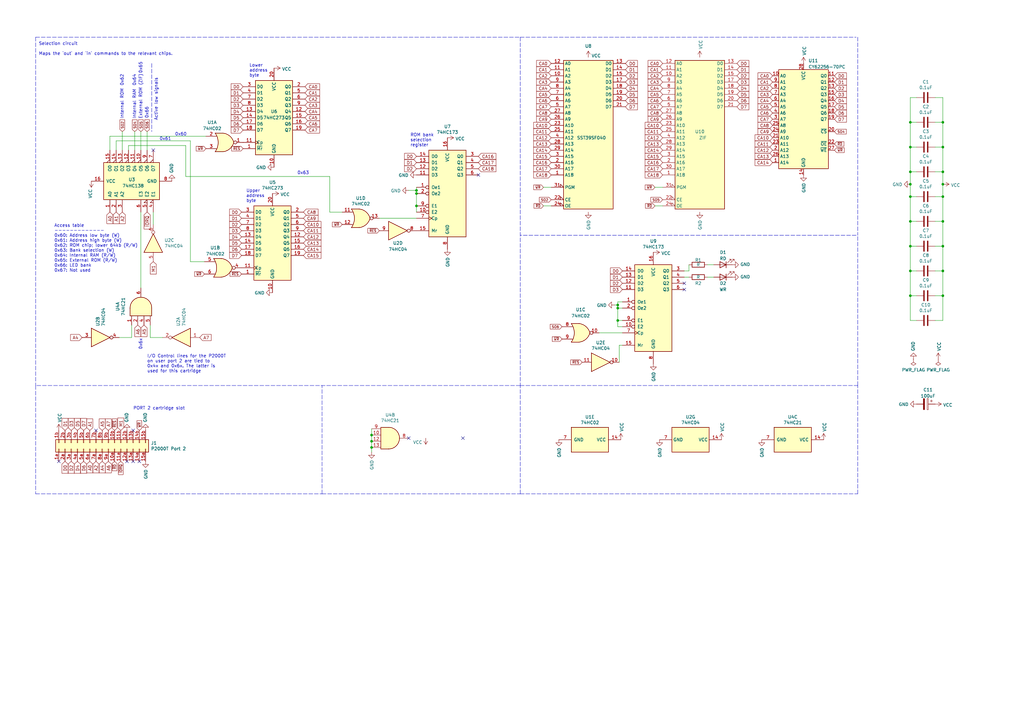
<source format=kicad_sch>
(kicad_sch (version 20211123) (generator eeschema)
  (paper "A3")
  (title_block (title "P2000T I/O Port Cartridge") (date "2022-10-02") (rev "1"))
  (lib_symbols
    (symbol "74xx:74HC02" (pin_names (offset 1.016))
      (property "Reference" "U" (at 0 1.27 0))
      (property "Value" "74HC02" (at 0 -1.27 0))
      (symbol "74HC02_1_1"
        (pin output inverted (at 7.62 0 180) (length 3.81) (name "~") (number "1"))
        (pin input line (at -7.62 2.54 0) (length 4.318) (name "~") (number "2"))
        (pin input line (at -7.62 -2.54 0) (length 4.318) (name "~") (number "3"))
      )
      (symbol "74HC02_1_2"
        (pin output line (at 7.62 0 180) (length 3.81) (name "~") (number "1"))
        (pin input inverted (at -7.62 2.54 0) (length 3.81) (name "~") (number "2"))
        (pin input inverted (at -7.62 -2.54 0) (length 3.81) (name "~") (number "3"))
      )
      (symbol "74HC02_2_1"
        (pin output inverted (at 7.62 0 180) (length 3.81) (name "~") (number "4"))
        (pin input line (at -7.62 2.54 0) (length 4.318) (name "~") (number "5"))
        (pin input line (at -7.62 -2.54 0) (length 4.318) (name "~") (number "6"))
      )
      (symbol "74HC02_2_2"
        (pin output line (at 7.62 0 180) (length 3.81) (name "~") (number "4"))
        (pin input inverted (at -7.62 2.54 0) (length 3.81) (name "~") (number "5"))
        (pin input inverted (at -7.62 -2.54 0) (length 3.81) (name "~") (number "6"))
      )
      (symbol "74HC02_3_1"
        (pin output inverted (at 7.62 0 180) (length 3.81) (name "~") (number "10"))
        (pin input line (at -7.62 2.54 0) (length 4.318) (name "~") (number "8"))
        (pin input line (at -7.62 -2.54 0) (length 4.318) (name "~") (number "9"))
      )
      (symbol "74HC02_3_2"
        (pin output line (at 7.62 0 180) (length 3.81) (name "~") (number "10"))
        (pin input inverted (at -7.62 2.54 0) (length 3.81) (name "~") (number "8"))
        (pin input inverted (at -7.62 -2.54 0) (length 3.81) (name "~") (number "9"))
      )
      (symbol "74HC02_4_1"
        (pin input line (at -7.62 2.54 0) (length 4.318) (name "~") (number "11"))
        (pin input line (at -7.62 -2.54 0) (length 4.318) (name "~") (number "12"))
        (pin output inverted (at 7.62 0 180) (length 3.81) (name "~") (number "13"))
      )
      (symbol "74HC02_4_2"
        (pin input inverted (at -7.62 2.54 0) (length 3.81) (name "~") (number "11"))
        (pin input inverted (at -7.62 -2.54 0) (length 3.81) (name "~") (number "12"))
        (pin output line (at 7.62 0 180) (length 3.81) (name "~") (number "13"))
      )
      (symbol "74HC02_5_0"
        (pin power_in line (at 0 12.7 270) (length 5.08) (name "VCC") (number "14"))
        (pin power_in line (at 0 -12.7 90) (length 5.08) (name "GND") (number "7"))
      )
    )
    (symbol "74xx:74HC04"
      (property "Reference" "U" (at 0 1.27 0))
      (property "Value" "74HC04" (at 0 -1.27 0))
      (symbol "74HC04_1_0"
        (pin input line (at -7.62 0 0) (length 3.81) (name "~") (number "1"))
        (pin output inverted (at 7.62 0 180) (length 3.81) (name "~") (number "2"))
      )
      (symbol "74HC04_2_0"
        (pin input line (at -7.62 0 0) (length 3.81) (name "~") (number "3"))
        (pin output inverted (at 7.62 0 180) (length 3.81) (name "~") (number "4"))
      )
      (symbol "74HC04_3_0"
        (pin input line (at -7.62 0 0) (length 3.81) (name "~") (number "5"))
        (pin output inverted (at 7.62 0 180) (length 3.81) (name "~") (number "6"))
      )
      (symbol "74HC04_4_0"
        (pin output inverted (at 7.62 0 180) (length 3.81) (name "~") (number "8"))
        (pin input line (at -7.62 0 0) (length 3.81) (name "~") (number "9"))
      )
      (symbol "74HC04_5_0"
        (pin output inverted (at 7.62 0 180) (length 3.81) (name "~") (number "10"))
        (pin input line (at -7.62 0 0) (length 3.81) (name "~") (number "11"))
      )
      (symbol "74HC04_6_0"
        (pin output inverted (at 7.62 0 180) (length 3.81) (name "~") (number "12"))
        (pin input line (at -7.62 0 0) (length 3.81) (name "~") (number "13"))
      )
      (symbol "74HC04_7_0"
        (pin power_in line (at 0 12.7 270) (length 5.08) (name "VCC") (number "14"))
        (pin power_in line (at 0 -12.7 90) (length 5.08) (name "GND") (number "7"))
      )
    )
    (symbol "74xx:74HC273"
      (property "Reference" "U" (at -7.62 16.51 0))
      (property "Value" "74HC273" (at -7.62 -16.51 0))
      (symbol "74HC273_1_0"
        (pin input line (at -12.7 -12.7 0) (length 5.08) (name "~{Mr}") (number "1"))
        (pin power_in line (at 0 -20.32 90) (length 5.08) (name "GND") (number "10"))
        (pin input clock (at -12.7 -10.16 0) (length 5.08) (name "Cp") (number "11"))
        (pin output line (at 12.7 2.54 180) (length 5.08) (name "Q4") (number "12"))
        (pin input line (at -12.7 2.54 0) (length 5.08) (name "D4") (number "13"))
        (pin input line (at -12.7 0 0) (length 5.08) (name "D5") (number "14"))
        (pin output line (at 12.7 0 180) (length 5.08) (name "Q5") (number "15"))
        (pin output line (at 12.7 -2.54 180) (length 5.08) (name "Q6") (number "16"))
        (pin input line (at -12.7 -2.54 0) (length 5.08) (name "D6") (number "17"))
        (pin input line (at -12.7 -5.08 0) (length 5.08) (name "D7") (number "18"))
        (pin output line (at 12.7 -5.08 180) (length 5.08) (name "Q7") (number "19"))
        (pin output line (at 12.7 12.7 180) (length 5.08) (name "Q0") (number "2"))
        (pin power_in line (at 0 20.32 270) (length 5.08) (name "VCC") (number "20"))
        (pin input line (at -12.7 12.7 0) (length 5.08) (name "D0") (number "3"))
        (pin input line (at -12.7 10.16 0) (length 5.08) (name "D1") (number "4"))
        (pin output line (at 12.7 10.16 180) (length 5.08) (name "Q1") (number "5"))
        (pin output line (at 12.7 7.62 180) (length 5.08) (name "Q2") (number "6"))
        (pin input line (at -12.7 7.62 0) (length 5.08) (name "D2") (number "7"))
        (pin input line (at -12.7 5.08 0) (length 5.08) (name "D3") (number "8"))
        (pin output line (at 12.7 5.08 180) (length 5.08) (name "Q3") (number "9"))
      )
    )
    (symbol "74xx:74LS138" (pin_names (offset 1.016))
      (property "Reference" "U" (at -7.62 11.43 0))
      (property "Value" "74LS138" (at -7.62 -13.97 0))
      (symbol "74LS138_1_0"
        (pin input line (at -12.7 7.62 0) (length 5.08) (name "A0") (number "1"))
        (pin output output_low (at 12.7 -5.08 180) (length 5.08) (name "O5") (number "10"))
        (pin output output_low (at 12.7 -2.54 180) (length 5.08) (name "O4") (number "11"))
        (pin output output_low (at 12.7 0 180) (length 5.08) (name "O3") (number "12"))
        (pin output output_low (at 12.7 2.54 180) (length 5.08) (name "O2") (number "13"))
        (pin output output_low (at 12.7 5.08 180) (length 5.08) (name "O1") (number "14"))
        (pin output output_low (at 12.7 7.62 180) (length 5.08) (name "O0") (number "15"))
        (pin power_in line (at 0 15.24 270) (length 5.08) (name "VCC") (number "16"))
        (pin input line (at -12.7 5.08 0) (length 5.08) (name "A1") (number "2"))
        (pin input line (at -12.7 2.54 0) (length 5.08) (name "A2") (number "3"))
        (pin input input_low (at -12.7 -10.16 0) (length 5.08) (name "E1") (number "4"))
        (pin input input_low (at -12.7 -7.62 0) (length 5.08) (name "E2") (number "5"))
        (pin input line (at -12.7 -5.08 0) (length 5.08) (name "E3") (number "6"))
        (pin output output_low (at 12.7 -10.16 180) (length 5.08) (name "O7") (number "7"))
        (pin power_in line (at 0 -17.78 90) (length 5.08) (name "GND") (number "8"))
        (pin output output_low (at 12.7 -7.62 180) (length 5.08) (name "O6") (number "9"))
      )
    )
    (symbol "74xx:74LS173" (pin_names (offset 1.016))
      (property "Reference" "U" (at -7.62 19.05 0))
      (property "Value" "74LS173" (at -7.62 -19.05 0))
      (symbol "74LS173_1_0"
        (pin input inverted (at -12.7 2.54 0) (length 5.08) (name "Oe1") (number "1"))
        (pin input inverted (at -12.7 -7.62 0) (length 5.08) (name "E2") (number "10"))
        (pin input line (at -12.7 7.62 0) (length 5.08) (name "D3") (number "11"))
        (pin input line (at -12.7 10.16 0) (length 5.08) (name "D2") (number "12"))
        (pin input line (at -12.7 12.7 0) (length 5.08) (name "D1") (number "13"))
        (pin input line (at -12.7 15.24 0) (length 5.08) (name "D0") (number "14"))
        (pin input line (at -12.7 -15.24 0) (length 5.08) (name "Mr") (number "15"))
        (pin power_in line (at 0 22.86 270) (length 5.08) (name "VCC") (number "16"))
        (pin input inverted (at -12.7 0 0) (length 5.08) (name "Oe2") (number "2"))
        (pin tri_state line (at 12.7 15.24 180) (length 5.08) (name "Q0") (number "3"))
        (pin tri_state line (at 12.7 12.7 180) (length 5.08) (name "Q1") (number "4"))
        (pin tri_state line (at 12.7 10.16 180) (length 5.08) (name "Q2") (number "5"))
        (pin tri_state line (at 12.7 7.62 180) (length 5.08) (name "Q3") (number "6"))
        (pin input clock (at -12.7 -10.16 0) (length 5.08) (name "Cp") (number "7"))
        (pin power_in line (at 0 -22.86 90) (length 5.08) (name "GND") (number "8"))
        (pin input inverted (at -12.7 -5.08 0) (length 5.08) (name "E1") (number "9"))
      )
    )
    (symbol "74xx:74LS21" (pin_names (offset 1.016))
      (property "Reference" "U" (at 0 1.27 0))
      (property "Value" "74LS21" (at 0 -1.27 0))
      (symbol "74LS21_1_1"
        (pin input line (at -7.62 3.81 0) (length 3.81) (name "~") (number "1"))
        (pin input line (at -7.62 1.27 0) (length 3.81) (name "~") (number "2"))
        (pin input line (at -7.62 -1.27 0) (length 3.81) (name "~") (number "4"))
        (pin input line (at -7.62 -3.81 0) (length 3.81) (name "~") (number "5"))
        (pin output line (at 7.62 0 180) (length 3.81) (name "~") (number "6"))
      )
      (symbol "74LS21_1_2"
        (pin input inverted (at -7.62 3.81 0) (length 3.81) (name "~") (number "1"))
        (pin input inverted (at -7.62 1.27 0) (length 4.826) (name "~") (number "2"))
        (pin input inverted (at -7.62 -1.27 0) (length 4.826) (name "~") (number "4"))
        (pin input inverted (at -7.62 -3.81 0) (length 3.81) (name "~") (number "5"))
        (pin output inverted (at 7.62 0 180) (length 3.81) (name "~") (number "6"))
      )
      (symbol "74LS21_2_1"
        (pin input line (at -7.62 1.27 0) (length 3.81) (name "~") (number "10"))
        (pin input line (at -7.62 -1.27 0) (length 3.81) (name "~") (number "12"))
        (pin input line (at -7.62 -3.81 0) (length 3.81) (name "~") (number "13"))
        (pin output line (at 7.62 0 180) (length 3.81) (name "~") (number "8"))
        (pin input line (at -7.62 3.81 0) (length 3.81) (name "~") (number "9"))
      )
      (symbol "74LS21_2_2"
        (pin input inverted (at -7.62 1.27 0) (length 4.826) (name "~") (number "10"))
        (pin input inverted (at -7.62 -1.27 0) (length 4.826) (name "~") (number "12"))
        (pin input inverted (at -7.62 -3.81 0) (length 3.81) (name "~") (number "13"))
        (pin output inverted (at 7.62 0 180) (length 3.81) (name "~") (number "8"))
        (pin input inverted (at -7.62 3.81 0) (length 3.81) (name "~") (number "9"))
      )
      (symbol "74LS21_3_0"
        (pin power_in line (at 0 12.7 270) (length 5.08) (name "VCC") (number "14"))
        (pin power_in line (at 0 -12.7 90) (length 5.08) (name "GND") (number "7"))
      )
    )
    (symbol "Connector_Generic:Conn_02x15_Row_Letter_Last" (pin_names (offset 1.016) hide)
      (property "Reference" "J" (at 1.27 20.32 0))
      (property "Value" "Conn_02x15_Row_Letter_Last" (at 1.27 -20.32 0))
      (symbol "Conn_02x15_Row_Letter_Last_1_1"
        (pin passive line (at -5.08 -5.08 0) (length 3.81) (name "Pin_10a") (number "10a"))
        (pin passive line (at 7.62 -5.08 180) (length 3.81) (name "Pin_10b") (number "10b"))
        (pin passive line (at -5.08 -7.62 0) (length 3.81) (name "Pin_11a") (number "11a"))
        (pin passive line (at 7.62 -7.62 180) (length 3.81) (name "Pin_11b") (number "11b"))
        (pin passive line (at -5.08 -10.16 0) (length 3.81) (name "Pin_12a") (number "12a"))
        (pin passive line (at 7.62 -10.16 180) (length 3.81) (name "Pin_12b") (number "12b"))
        (pin passive line (at -5.08 -12.7 0) (length 3.81) (name "Pin_13a") (number "13a"))
        (pin passive line (at 7.62 -12.7 180) (length 3.81) (name "Pin_13b") (number "13b"))
        (pin passive line (at -5.08 -15.24 0) (length 3.81) (name "Pin_14a") (number "14a"))
        (pin passive line (at 7.62 -15.24 180) (length 3.81) (name "Pin_14b") (number "14b"))
        (pin passive line (at -5.08 -17.78 0) (length 3.81) (name "Pin_15a") (number "15a"))
        (pin passive line (at 7.62 -17.78 180) (length 3.81) (name "Pin_15b") (number "15b"))
        (pin passive line (at -5.08 17.78 0) (length 3.81) (name "Pin_1a") (number "1a"))
        (pin passive line (at 7.62 17.78 180) (length 3.81) (name "Pin_1b") (number "1b"))
        (pin passive line (at -5.08 15.24 0) (length 3.81) (name "Pin_2a") (number "2a"))
        (pin passive line (at 7.62 15.24 180) (length 3.81) (name "Pin_2b") (number "2b"))
        (pin passive line (at -5.08 12.7 0) (length 3.81) (name "Pin_3a") (number "3a"))
        (pin passive line (at 7.62 12.7 180) (length 3.81) (name "Pin_3b") (number "3b"))
        (pin passive line (at -5.08 10.16 0) (length 3.81) (name "Pin_4a") (number "4a"))
        (pin passive line (at 7.62 10.16 180) (length 3.81) (name "Pin_4b") (number "4b"))
        (pin passive line (at -5.08 7.62 0) (length 3.81) (name "Pin_5a") (number "5a"))
        (pin passive line (at 7.62 7.62 180) (length 3.81) (name "Pin_5b") (number "5b"))
        (pin passive line (at -5.08 5.08 0) (length 3.81) (name "Pin_6a") (number "6a"))
        (pin passive line (at 7.62 5.08 180) (length 3.81) (name "Pin_6b") (number "6b"))
        (pin passive line (at -5.08 2.54 0) (length 3.81) (name "Pin_7a") (number "7a"))
        (pin passive line (at 7.62 2.54 180) (length 3.81) (name "Pin_7b") (number "7b"))
        (pin passive line (at -5.08 0 0) (length 3.81) (name "Pin_8a") (number "8a"))
        (pin passive line (at 7.62 0 180) (length 3.81) (name "Pin_8b") (number "8b"))
        (pin passive line (at -5.08 -2.54 0) (length 3.81) (name "Pin_9a") (number "9a"))
        (pin passive line (at 7.62 -2.54 180) (length 3.81) (name "Pin_9b") (number "9b"))
      )
    )
    (symbol "Device:C" (pin_numbers hide) (pin_names (offset 0.254))
      (property "Reference" "C" (at 0.635 2.54 0))
      (property "Value" "C" (at 0.635 -2.54 0))
      (symbol "C_1_1"
        (pin passive line (at 0 3.81 270) (length 2.794) (name "~") (number "1"))
        (pin passive line (at 0 -3.81 90) (length 2.794) (name "~") (number "2"))
      )
    )
    (symbol "Device:C_Polarized" (pin_numbers hide) (pin_names (offset 0.254))
      (property "Reference" "C" (at 0.635 2.54 0))
      (property "Value" "C_Polarized" (at 0.635 -2.54 0))
      (symbol "C_Polarized_1_1"
        (pin passive line (at 0 3.81 270) (length 2.794) (name "~") (number "1"))
        (pin passive line (at 0 -3.81 90) (length 2.794) (name "~") (number "2"))
      )
    )
    (symbol "Device:LED" (pin_numbers hide) (pin_names (offset 1.016) hide)
      (property "Reference" "D" (at 0 2.54 0))
      (property "Value" "LED" (at 0 -2.54 0))
      (symbol "LED_1_1"
        (pin passive line (at -3.81 0 0) (length 2.54) (name "K") (number "1"))
        (pin passive line (at 3.81 0 180) (length 2.54) (name "A") (number "2"))
      )
    )
    (symbol "Device:R" (pin_numbers hide) (pin_names (offset 0))
      (property "Reference" "R" (at 2.032 0 90))
      (property "Value" "R" (at 0 0 90))
      (symbol "R_1_1"
        (pin passive line (at 0 3.81 270) (length 1.27) (name "~") (number "1"))
        (pin passive line (at 0 -3.81 90) (length 1.27) (name "~") (number "2"))
      )
    )
    (symbol "Memory_Flash:SST39SF040"
      (property "Reference" "U" (at 2.54 33.02 0))
      (property "Value" "SST39SF040" (at 0 -30.48 0))
      (symbol "SST39SF040_0_0"
        (pin power_in line (at 0 -30.48 90) (length 1.27) hide (name "GND") (number "16"))
        (pin power_in line (at 0 33.02 270) (length 1.27) hide (name "VCC") (number "32"))
      )
      (symbol "SST39SF040_1_1"
        (pin input line (at -15.24 -15.24 0) (length 5.08) (name "A18") (number "1"))
        (pin input line (at -15.24 25.4 0) (length 5.08) (name "A2") (number "10"))
        (pin input line (at -15.24 27.94 0) (length 5.08) (name "A1") (number "11"))
        (pin input line (at -15.24 30.48 0) (length 5.08) (name "A0") (number "12"))
        (pin tri_state line (at 15.24 30.48 180) (length 5.08) (name "D0") (number "13"))
        (pin tri_state line (at 15.24 27.94 180) (length 5.08) (name "D1") (number "14"))
        (pin tri_state line (at 15.24 25.4 180) (length 5.08) (name "D2") (number "15"))
        (pin tri_state line (at 15.24 22.86 180) (length 5.08) (name "D3") (number "17"))
        (pin tri_state line (at 15.24 20.32 180) (length 5.08) (name "D4") (number "18"))
        (pin tri_state line (at 15.24 17.78 180) (length 5.08) (name "D5") (number "19"))
        (pin input line (at -15.24 -10.16 0) (length 5.08) (name "A16") (number "2"))
        (pin tri_state line (at 15.24 15.24 180) (length 5.08) (name "D6") (number "20"))
        (pin tri_state line (at 15.24 12.7 180) (length 5.08) (name "D7") (number "21"))
        (pin input input_low (at -15.24 -25.4 0) (length 5.08) (name "CE") (number "22"))
        (pin input line (at -15.24 5.08 0) (length 5.08) (name "A10") (number "23"))
        (pin input input_low (at -15.24 -27.94 0) (length 5.08) (name "OE") (number "24"))
        (pin input line (at -15.24 2.54 0) (length 5.08) (name "A11") (number "25"))
        (pin input line (at -15.24 7.62 0) (length 5.08) (name "A9") (number "26"))
        (pin input line (at -15.24 10.16 0) (length 5.08) (name "A8") (number "27"))
        (pin input line (at -15.24 -2.54 0) (length 5.08) (name "A13") (number "28"))
        (pin input line (at -15.24 -5.08 0) (length 5.08) (name "A14") (number "29"))
        (pin input line (at -15.24 -7.62 0) (length 5.08) (name "A15") (number "3"))
        (pin input line (at -15.24 -12.7 0) (length 5.08) (name "A17") (number "30"))
        (pin input input_low (at -15.24 -20.32 0) (length 5.08) (name "PGM") (number "31"))
        (pin input line (at -15.24 0 0) (length 5.08) (name "A12") (number "4"))
        (pin input line (at -15.24 12.7 0) (length 5.08) (name "A7") (number "5"))
        (pin input line (at -15.24 15.24 0) (length 5.08) (name "A6") (number "6"))
        (pin input line (at -15.24 17.78 0) (length 5.08) (name "A5") (number "7"))
        (pin input line (at -15.24 20.32 0) (length 5.08) (name "A4") (number "8"))
        (pin input line (at -15.24 22.86 0) (length 5.08) (name "A3") (number "9"))
      )
    )
    (symbol "Memory_RAM:CY62256-70PC"
      (property "Reference" "U" (at -10.16 20.955 0))
      (property "Value" "CY62256-70PC" (at 2.54 20.955 0))
      (symbol "CY62256-70PC_0_0"
        (pin power_in line (at 0 -22.86 90) (length 2.54) (name "GND") (number "14"))
        (pin power_in line (at 0 22.86 270) (length 2.54) (name "VCC") (number "28"))
      )
      (symbol "CY62256-70PC_1_1"
        (pin input line (at -12.7 -17.78 0) (length 2.54) (name "A14") (number "1"))
        (pin input line (at -12.7 17.78 0) (length 2.54) (name "A0") (number "10"))
        (pin tri_state line (at 12.7 17.78 180) (length 2.54) (name "Q0") (number "11"))
        (pin tri_state line (at 12.7 15.24 180) (length 2.54) (name "Q1") (number "12"))
        (pin tri_state line (at 12.7 12.7 180) (length 2.54) (name "Q2") (number "13"))
        (pin tri_state line (at 12.7 10.16 180) (length 2.54) (name "Q3") (number "15"))
        (pin tri_state line (at 12.7 7.62 180) (length 2.54) (name "Q4") (number "16"))
        (pin tri_state line (at 12.7 5.08 180) (length 2.54) (name "Q5") (number "17"))
        (pin tri_state line (at 12.7 2.54 180) (length 2.54) (name "Q6") (number "18"))
        (pin tri_state line (at 12.7 0 180) (length 2.54) (name "Q7") (number "19"))
        (pin input line (at -12.7 -12.7 0) (length 2.54) (name "A12") (number "2"))
        (pin input line (at 12.7 -5.08 180) (length 2.54) (name "~{CS}") (number "20"))
        (pin input line (at -12.7 -7.62 0) (length 2.54) (name "A10") (number "21"))
        (pin input line (at 12.7 -10.16 180) (length 2.54) (name "~{OE}") (number "22"))
        (pin input line (at -12.7 -10.16 0) (length 2.54) (name "A11") (number "23"))
        (pin input line (at -12.7 -5.08 0) (length 2.54) (name "A9") (number "24"))
        (pin input line (at -12.7 -2.54 0) (length 2.54) (name "A8") (number "25"))
        (pin input line (at -12.7 -15.24 0) (length 2.54) (name "A13") (number "26"))
        (pin input line (at 12.7 -12.7 180) (length 2.54) (name "~{WE}") (number "27"))
        (pin input line (at -12.7 0 0) (length 2.54) (name "A7") (number "3"))
        (pin input line (at -12.7 2.54 0) (length 2.54) (name "A6") (number "4"))
        (pin input line (at -12.7 5.08 0) (length 2.54) (name "A5") (number "5"))
        (pin input line (at -12.7 7.62 0) (length 2.54) (name "A4") (number "6"))
        (pin input line (at -12.7 10.16 0) (length 2.54) (name "A3") (number "7"))
        (pin input line (at -12.7 12.7 0) (length 2.54) (name "A2") (number "8"))
        (pin input line (at -12.7 15.24 0) (length 2.54) (name "A1") (number "9"))
      )
    )
    (symbol "power:GND" (power) (pin_names (offset 0))
      (property "Value" "GND" (at 0 -3.81 0))
      (symbol "GND_1_1"
        (pin power_in line (at 0 0 270) (length 0) hide (name "GND") (number "1"))
      )
    )
    (symbol "power:PWR_FLAG" (power) (pin_numbers hide) (pin_names (offset 0) hide)
      (property "Value" "PWR_FLAG" (at 0 3.81 0))
      (symbol "PWR_FLAG_0_0"
        (pin power_out line (at 0 0 90) (length 0) (name "pwr") (number "1"))
      )
    )
    (symbol "power:VCC" (power) (pin_names (offset 0))
      (property "Value" "VCC" (at 0 3.81 0))
      (symbol "VCC_1_1"
        (pin power_in line (at 0 0 90) (length 0) hide (name "VCC") (number "1"))
      )
    )
  )
  (junction (at 386.715 75.565))
  (junction (at 386.715 121.285))
  (junction (at 373.38 121.285))
  (junction (at 253.365 125.095))
  (junction (at 152.4 178.435))
  (junction (at 170.815 84.455))
  (junction (at 170.815 78.105))
  (junction (at 386.715 111.125))
  (junction (at 386.715 50.165))
  (junction (at 386.715 80.645))
  (junction (at 373.38 100.965))
  (junction (at 373.38 50.165))
  (junction (at 253.365 126.365))
  (junction (at 373.38 60.325))
  (junction (at 386.715 100.965))
  (junction (at 253.365 131.445))
  (junction (at 152.4 180.975))
  (junction (at 373.38 90.805))
  (junction (at 373.38 80.645))
  (junction (at 373.38 70.485))
  (junction (at 170.815 79.375))
  (junction (at 386.715 70.485))
  (junction (at 373.38 111.125))
  (junction (at 386.715 90.805))
  (junction (at 386.715 60.325))
  (junction (at 373.38 75.565))
  (junction (at 152.4 183.515))
  (no_connect (at 54.61 189.23))
  (no_connect (at 167.64 179.705))
  (no_connect (at 189.865 179.705))
  (no_connect (at 57.15 189.23))
  (no_connect (at 52.07 189.23))
  (no_connect (at 196.215 71.755))
  (no_connect (at 280.67 118.745))
  (no_connect (at 62.865 61.595))
  (no_connect (at 39.37 176.53))
  (no_connect (at 280.67 116.205))
  (no_connect (at 24.13 189.23))
  (no_connect (at 54.61 176.53))
  (wire (pts (xy 48.895 138.43) (xy 53.975 138.43)))
  (wire (pts (xy 135.255 72.39) (xy 135.255 86.995)))
  (polyline (pts (xy 213.36 158.115) (xy 14.605 158.115)))
  (wire (pts (xy 373.38 121.285) (xy 373.38 131.445)))
  (wire (pts (xy 268.605 84.455) (xy 271.78 84.455)))
  (wire (pts (xy 222.885 84.455) (xy 226.06 84.455)))
  (wire (pts (xy 375.92 50.165) (xy 373.38 50.165)))
  (wire (pts (xy 282.575 111.125) (xy 282.575 108.585)))
  (polyline (pts (xy 132.08 202.565) (xy 213.36 202.565)))
  (wire (pts (xy 135.255 86.995) (xy 140.335 86.995)))
  (wire (pts (xy 155.575 89.535) (xy 170.815 89.535)))
  (wire (pts (xy 170.815 84.455) (xy 170.815 86.995)))
  (wire (pts (xy 152.4 178.435) (xy 152.4 180.975)))
  (wire (pts (xy 78.105 57.785) (xy 78.105 107.315)))
  (wire (pts (xy 290.195 113.665) (xy 292.735 113.665)))
  (wire (pts (xy 253.365 125.095) (xy 253.365 123.825)))
  (wire (pts (xy 253.365 123.825) (xy 255.27 123.825)))
  (wire (pts (xy 375.92 70.485) (xy 373.38 70.485)))
  (wire (pts (xy 66.675 138.43) (xy 61.595 138.43)))
  (wire (pts (xy 254 141.605) (xy 255.27 141.605)))
  (wire (pts (xy 252.095 125.095) (xy 253.365 125.095)))
  (wire (pts (xy 373.38 131.445) (xy 375.92 131.445)))
  (wire (pts (xy 373.38 70.485) (xy 373.38 60.325)))
  (polyline (pts (xy 62.23 26.035) (xy 62.23 53.975)))
  (wire (pts (xy 386.715 111.125) (xy 386.715 100.965)))
  (wire (pts (xy 383.54 111.125) (xy 386.715 111.125)))
  (wire (pts (xy 57.785 118.11) (xy 57.785 86.995)))
  (wire (pts (xy 152.4 175.895) (xy 152.4 178.435)))
  (polyline (pts (xy 213.36 15.24) (xy 213.36 158.115)))
  (wire (pts (xy 373.38 40.005) (xy 375.92 40.005)))
  (wire (pts (xy 55.245 53.975) (xy 55.245 61.595)))
  (polyline (pts (xy 351.79 15.24) (xy 351.79 96.52)))
  (polyline (pts (xy 14.605 202.565) (xy 132.08 202.565)))
  (wire (pts (xy 170.815 78.105) (xy 167.64 78.105)))
  (wire (pts (xy 373.38 100.965) (xy 373.38 90.805)))
  (wire (pts (xy 76.2 72.39) (xy 135.255 72.39)))
  (wire (pts (xy 170.815 78.105) (xy 170.815 79.375)))
  (wire (pts (xy 245.745 136.525) (xy 255.27 136.525)))
  (wire (pts (xy 386.715 40.005) (xy 383.54 40.005)))
  (wire (pts (xy 253.365 131.445) (xy 253.365 133.985)))
  (wire (pts (xy 45.085 61.595) (xy 45.085 55.88)))
  (wire (pts (xy 373.38 100.965) (xy 375.92 100.965)))
  (wire (pts (xy 61.595 138.43) (xy 61.595 133.35)))
  (polyline (pts (xy 14.605 15.24) (xy 213.36 15.24)))
  (polyline (pts (xy 351.155 96.52) (xy 213.36 96.52)))
  (wire (pts (xy 253.365 125.095) (xy 253.365 126.365)))
  (polyline (pts (xy 213.36 202.565) (xy 351.79 202.565)))
  (wire (pts (xy 383.54 121.285) (xy 386.715 121.285)))
  (wire (pts (xy 253.365 126.365) (xy 253.365 131.445)))
  (wire (pts (xy 386.715 70.485) (xy 386.715 60.325)))
  (wire (pts (xy 47.625 57.785) (xy 78.105 57.785)))
  (polyline (pts (xy 213.36 158.115) (xy 279.4 158.115)))
  (wire (pts (xy 280.67 113.665) (xy 282.575 113.665)))
  (wire (pts (xy 373.38 60.325) (xy 373.38 50.165)))
  (wire (pts (xy 383.54 50.165) (xy 386.715 50.165)))
  (wire (pts (xy 47.625 61.595) (xy 47.625 57.785)))
  (wire (pts (xy 373.38 90.805) (xy 373.38 80.645)))
  (wire (pts (xy 373.38 111.125) (xy 373.38 100.965)))
  (wire (pts (xy 290.195 108.585) (xy 292.735 108.585)))
  (wire (pts (xy 383.54 60.325) (xy 386.715 60.325)))
  (polyline (pts (xy 213.36 15.24) (xy 351.155 15.24)))
  (wire (pts (xy 62.865 92.075) (xy 62.865 86.995)))
  (wire (pts (xy 268.605 76.835) (xy 271.78 76.835)))
  (wire (pts (xy 373.38 80.645) (xy 375.92 80.645)))
  (wire (pts (xy 373.38 121.285) (xy 373.38 111.125)))
  (wire (pts (xy 386.715 131.445) (xy 386.715 121.285)))
  (polyline (pts (xy 132.08 202.565) (xy 132.08 158.115)))
  (wire (pts (xy 383.54 80.645) (xy 386.715 80.645)))
  (wire (pts (xy 375.92 90.805) (xy 373.38 90.805)))
  (wire (pts (xy 373.38 50.165) (xy 373.38 40.005)))
  (polyline (pts (xy 351.79 158.115) (xy 351.79 96.52)))
  (wire (pts (xy 386.715 60.325) (xy 386.715 50.165)))
  (wire (pts (xy 84.455 55.88) (xy 45.085 55.88)))
  (polyline (pts (xy 213.36 202.565) (xy 213.36 158.115)))
  (wire (pts (xy 383.54 70.485) (xy 386.715 70.485)))
  (wire (pts (xy 254 148.59) (xy 254 141.605)))
  (wire (pts (xy 222.885 76.835) (xy 226.06 76.835)))
  (wire (pts (xy 57.785 53.975) (xy 57.785 61.595)))
  (wire (pts (xy 386.715 121.285) (xy 386.715 111.125)))
  (polyline (pts (xy 279.4 158.115) (xy 351.79 158.115)))
  (wire (pts (xy 373.38 60.325) (xy 375.92 60.325)))
  (wire (pts (xy 50.165 53.975) (xy 50.165 61.595)))
  (wire (pts (xy 152.4 180.975) (xy 152.4 183.515)))
  (wire (pts (xy 386.715 50.165) (xy 386.715 40.005)))
  (wire (pts (xy 253.365 126.365) (xy 255.27 126.365)))
  (wire (pts (xy 375.92 111.125) (xy 373.38 111.125)))
  (wire (pts (xy 170.815 79.375) (xy 170.815 84.455)))
  (polyline (pts (xy 351.79 202.565) (xy 351.79 158.115)))
  (wire (pts (xy 76.2 59.69) (xy 76.2 72.39)))
  (wire (pts (xy 253.365 133.985) (xy 255.27 133.985)))
  (wire (pts (xy 386.715 100.965) (xy 386.715 90.805)))
  (wire (pts (xy 280.67 111.125) (xy 282.575 111.125)))
  (polyline (pts (xy 14.605 15.24) (xy 14.605 158.115)))
  (wire (pts (xy 52.705 61.595) (xy 52.705 59.69)))
  (wire (pts (xy 386.715 75.565) (xy 386.715 70.485)))
  (wire (pts (xy 383.54 100.965) (xy 386.715 100.965)))
  (wire (pts (xy 53.975 138.43) (xy 53.975 133.35)))
  (wire (pts (xy 78.105 107.315) (xy 83.82 107.315)))
  (wire (pts (xy 152.4 183.515) (xy 152.4 185.42)))
  (wire (pts (xy 60.325 53.975) (xy 60.325 61.595)))
  (wire (pts (xy 373.38 80.645) (xy 373.38 75.565)))
  (wire (pts (xy 253.365 131.445) (xy 255.27 131.445)))
  (wire (pts (xy 373.38 75.565) (xy 373.38 70.485)))
  (wire (pts (xy 170.815 76.835) (xy 170.815 78.105)))
  (wire (pts (xy 386.715 90.805) (xy 383.54 90.805)))
  (wire (pts (xy 383.54 131.445) (xy 386.715 131.445)))
  (wire (pts (xy 386.715 80.645) (xy 386.715 75.565)))
  (wire (pts (xy 386.715 90.805) (xy 386.715 80.645)))
  (wire (pts (xy 375.92 121.285) (xy 373.38 121.285)))
  (wire (pts (xy 52.705 59.69) (xy 76.2 59.69)))
  (polyline (pts (xy 14.605 158.115) (xy 14.605 202.565)))
  (text "Active low signals" (at 64.77 49.53 90) (effects (font (size 1.27 1.27)) (justify left bottom)))
  (text "0x64" (at 55.88 30.48 270) (effects (font (size 1.27 1.27)) (justify right bottom)))
  (text "Access table\n-------------\n0x60: Address low byte (W)\n0x61: Address high byte (W)\n0x62: ROM chip; lower 64kb (R/W)\n0x63: Bank selection (W)\n0x64: Internal RAM (R/W)\n0x65: External ROM (R/W)\n0x66: LED bank\n0x67: Not used" (at 22.225 111.76 0) (effects (font (size 1.27 1.27)) (justify left bottom)))
  (text "PORT 2 cartridge slot" (at 54.61 168.275 0) (effects (font (size 1.27 1.27)) (justify left bottom)))
  (text "0x6x" (at 58.42 143.51 90) (effects (font (size 1.27 1.27)) (justify left bottom)))
  (text "ROM bank\nselection\nregister" (at 168.275 60.325 0) (effects (font (size 1.27 1.27)) (justify left bottom)))
  (text "I/O Control lines for the P2000T\non user port 2 are tied to\n0x4x and 0x6x. The latter is\nused for this cartridge" (at 60.325 153.035 0) (effects (font (size 1.27 1.27)) (justify left bottom)))
  (text "0x60" (at 71.755 55.88 0) (effects (font (size 1.27 1.27)) (justify left bottom)))
  (text "0x66" (at 60.96 43.815 270) (effects (font (size 1.27 1.27)) (justify right bottom)))
  (text "Selection circuit\n\nMaps the `out` and `in` commands to the relevant chips." (at 15.875 22.86 0) (effects (font (size 1.27 1.27)) (justify left bottom)))
  (text "0x65" (at 58.42 25.4 270) (effects (font (size 1.27 1.27)) (justify right bottom)))
  (text "Upper\naddress\nbyte" (at 100.965 83.185 0) (effects (font (size 1.27 1.27)) (justify left bottom)))
  (text "0x63" (at 121.92 71.755 0) (effects (font (size 1.27 1.27)) (justify left bottom)))
  (text "External ROM (ZIF)" (at 58.42 48.895 90) (effects (font (size 1.27 1.27)) (justify left bottom)))
  (text "Internal ROM" (at 50.8 48.895 90) (effects (font (size 1.27 1.27)) (justify left bottom)))
  (text "0x61" (at 65.405 57.785 0) (effects (font (size 1.27 1.27)) (justify left bottom)))
  (text "Lower\naddress\nbyte" (at 102.235 31.75 0) (effects (font (size 1.27 1.27)) (justify left bottom)))
  (text "0x62" (at 50.8 30.48 270) (effects (font (size 1.27 1.27)) (justify right bottom)))
  (text "Internal RAM" (at 55.88 48.895 90) (effects (font (size 1.27 1.27)) (justify left bottom)))
  (global_label "~{WR}" (shape input) (at 83.82 112.395 180) (effects (font (size 0.9906 0.9906))) (property "Intersheet References" "${INTERSHEET_REFS}" (effects hide)))
  (global_label "CA8" (shape input) (at 271.78 46.355 180) (property "Intersheet References" "${INTERSHEET_REFS}" (effects hide)))
  (global_label "M1" (shape input) (at 49.53 176.53 90) (property "Intersheet References" "${INTERSHEET_REFS}" (effects hide)))
  (global_label "D3" (shape input) (at 255.27 118.745 180) (property "Intersheet References" "${INTERSHEET_REFS}" (effects hide)))
  (global_label "D2" (shape input) (at 342.265 36.195 0) (property "Intersheet References" "${INTERSHEET_REFS}" (effects hide)))
  (global_label "~{RES}" (shape input) (at 99.695 60.96 180) (effects (font (size 0.9906 0.9906))) (property "Intersheet References" "${INTERSHEET_REFS}" (effects hide)))
  (global_label "~{RES}" (shape input) (at 238.76 148.59 180) (effects (font (size 0.9906 0.9906))) (property "Intersheet References" "${INTERSHEET_REFS}" (effects hide)))
  (global_label "D0" (shape input) (at 26.67 189.23 270) (property "Intersheet References" "${INTERSHEET_REFS}" (effects hide)))
  (global_label "CA15" (shape input) (at 226.06 64.135 180) (property "Intersheet References" "${INTERSHEET_REFS}" (effects hide)))
  (global_label "A4" (shape input) (at 33.655 138.43 180) (property "Intersheet References" "${INTERSHEET_REFS}" (effects hide)))
  (global_label "D1" (shape input) (at 256.54 28.575 0) (property "Intersheet References" "${INTERSHEET_REFS}" (effects hide)))
  (global_label "CA12" (shape input) (at 124.46 97.155 0) (property "Intersheet References" "${INTERSHEET_REFS}" (effects hide)))
  (global_label "~{RES}" (shape input) (at 46.99 176.53 90) (effects (font (size 0.9906 0.9906))) (property "Intersheet References" "${INTERSHEET_REFS}" (effects hide)))
  (global_label "A0" (shape input) (at 36.83 189.23 270) (property "Intersheet References" "${INTERSHEET_REFS}" (effects hide)))
  (global_label "SO6" (shape input) (at 230.505 133.985 180) (effects (font (size 1 1))) (property "Intersheet References" "${INTERSHEET_REFS}" (effects hide)))
  (global_label "CA9" (shape input) (at 226.06 48.895 180) (property "Intersheet References" "${INTERSHEET_REFS}" (effects hide)))
  (global_label "D4" (shape input) (at 302.26 36.195 0) (property "Intersheet References" "${INTERSHEET_REFS}" (effects hide)))
  (global_label "CA1" (shape input) (at 316.865 33.655 180) (property "Intersheet References" "${INTERSHEET_REFS}" (effects hide)))
  (global_label "CA4" (shape input) (at 316.865 41.275 180) (property "Intersheet References" "${INTERSHEET_REFS}" (effects hide)))
  (global_label "D3" (shape input) (at 342.265 38.735 0) (property "Intersheet References" "${INTERSHEET_REFS}" (effects hide)))
  (global_label "~{RD}" (shape input) (at 342.265 59.055 0) (effects (font (size 0.9906 0.9906))) (property "Intersheet References" "${INTERSHEET_REFS}" (effects hide)))
  (global_label "D4" (shape input) (at 99.695 45.72 180) (property "Intersheet References" "${INTERSHEET_REFS}" (effects hide)))
  (global_label "D4" (shape input) (at 342.265 41.275 0) (property "Intersheet References" "${INTERSHEET_REFS}" (effects hide)))
  (global_label "CA7" (shape input) (at 125.095 53.34 0) (property "Intersheet References" "${INTERSHEET_REFS}" (effects hide)))
  (global_label "D2" (shape input) (at 29.21 189.23 270) (property "Intersheet References" "${INTERSHEET_REFS}" (effects hide)))
  (global_label "CA11" (shape input) (at 316.865 59.055 180) (property "Intersheet References" "${INTERSHEET_REFS}" (effects hide)))
  (global_label "D6" (shape input) (at 256.54 41.275 0) (property "Intersheet References" "${INTERSHEET_REFS}" (effects hide)))
  (global_label "CA7" (shape input) (at 226.06 43.815 180) (property "Intersheet References" "${INTERSHEET_REFS}" (effects hide)))
  (global_label "D2" (shape input) (at 302.26 31.115 0) (property "Intersheet References" "${INTERSHEET_REFS}" (effects hide)))
  (global_label "D7" (shape input) (at 342.265 48.895 0) (property "Intersheet References" "${INTERSHEET_REFS}" (effects hide)))
  (global_label "CA18" (shape input) (at 226.06 71.755 180) (property "Intersheet References" "${INTERSHEET_REFS}" (effects hide)))
  (global_label "CA9" (shape input) (at 316.865 53.975 180) (property "Intersheet References" "${INTERSHEET_REFS}" (effects hide)))
  (global_label "CA16" (shape input) (at 196.215 64.135 0) (property "Intersheet References" "${INTERSHEET_REFS}" (effects hide)))
  (global_label "D3" (shape input) (at 256.54 33.655 0) (property "Intersheet References" "${INTERSHEET_REFS}" (effects hide)))
  (global_label "D7" (shape input) (at 99.06 104.775 180) (property "Intersheet References" "${INTERSHEET_REFS}" (effects hide)))
  (global_label "CA11" (shape input) (at 271.78 53.975 180) (property "Intersheet References" "${INTERSHEET_REFS}" (effects hide)))
  (global_label "A6" (shape input) (at 44.45 189.23 270) (property "Intersheet References" "${INTERSHEET_REFS}" (effects hide)))
  (global_label "D4" (shape input) (at 256.54 36.195 0) (property "Intersheet References" "${INTERSHEET_REFS}" (effects hide)))
  (global_label "~{RD}" (shape input) (at 222.885 84.455 180) (effects (font (size 0.9906 0.9906))) (property "Intersheet References" "${INTERSHEET_REFS}" (effects hide)))
  (global_label "D1" (shape input) (at 170.815 66.675 180) (property "Intersheet References" "${INTERSHEET_REFS}" (effects hide)))
  (global_label "D5" (shape input) (at 99.06 99.695 180) (property "Intersheet References" "${INTERSHEET_REFS}" (effects hide)))
  (global_label "CA10" (shape input) (at 316.865 56.515 180) (property "Intersheet References" "${INTERSHEET_REFS}" (effects hide)))
  (global_label "D5" (shape input) (at 256.54 38.735 0) (property "Intersheet References" "${INTERSHEET_REFS}" (effects hide)))
  (global_label "D5" (shape input) (at 31.75 176.53 90) (property "Intersheet References" "${INTERSHEET_REFS}" (effects hide)))
  (global_label "D6" (shape input) (at 342.265 46.355 0) (property "Intersheet References" "${INTERSHEET_REFS}" (effects hide)))
  (global_label "D1" (shape input) (at 99.06 89.535 180) (property "Intersheet References" "${INTERSHEET_REFS}" (effects hide)))
  (global_label "CA11" (shape input) (at 124.46 94.615 0) (property "Intersheet References" "${INTERSHEET_REFS}" (effects hide)))
  (global_label "D1" (shape input) (at 99.695 38.1 180) (property "Intersheet References" "${INTERSHEET_REFS}" (effects hide)))
  (global_label "CA12" (shape input) (at 271.78 56.515 180) (property "Intersheet References" "${INTERSHEET_REFS}" (effects hide)))
  (global_label "CA8" (shape input) (at 226.06 46.355 180) (property "Intersheet References" "${INTERSHEET_REFS}" (effects hide)))
  (global_label "D5" (shape input) (at 99.695 48.26 180) (property "Intersheet References" "${INTERSHEET_REFS}" (effects hide)))
  (global_label "CA3" (shape input) (at 316.865 38.735 180) (property "Intersheet References" "${INTERSHEET_REFS}" (effects hide)))
  (global_label "D2" (shape input) (at 99.695 40.64 180) (property "Intersheet References" "${INTERSHEET_REFS}" (effects hide)))
  (global_label "D4" (shape input) (at 99.06 97.155 180) (property "Intersheet References" "${INTERSHEET_REFS}" (effects hide)))
  (global_label "CA5" (shape input) (at 125.095 48.26 0) (property "Intersheet References" "${INTERSHEET_REFS}" (effects hide)))
  (global_label "CA5" (shape input) (at 271.78 38.735 180) (property "Intersheet References" "${INTERSHEET_REFS}" (effects hide)))
  (global_label "D1" (shape input) (at 302.26 28.575 0) (property "Intersheet References" "${INTERSHEET_REFS}" (effects hide)))
  (global_label "CA15" (shape input) (at 271.78 64.135 180) (property "Intersheet References" "${INTERSHEET_REFS}" (effects hide)))
  (global_label "~{WR}" (shape input) (at 268.605 76.835 180) (effects (font (size 0.9906 0.9906))) (property "Intersheet References" "${INTERSHEET_REFS}" (effects hide)))
  (global_label "SO2" (shape input) (at 50.165 53.975 90) (effects (font (size 1 1))) (property "Intersheet References" "${INTERSHEET_REFS}" (effects hide)))
  (global_label "CA6" (shape input) (at 271.78 41.275 180) (property "Intersheet References" "${INTERSHEET_REFS}" (effects hide)))
  (global_label "A7" (shape input) (at 81.915 138.43 0) (property "Intersheet References" "${INTERSHEET_REFS}" (effects hide)))
  (global_label "CA14" (shape input) (at 271.78 61.595 180) (property "Intersheet References" "${INTERSHEET_REFS}" (effects hide)))
  (global_label "D0" (shape input) (at 255.27 111.125 180) (property "Intersheet References" "${INTERSHEET_REFS}" (effects hide)))
  (global_label "D0" (shape input) (at 256.54 26.035 0) (property "Intersheet References" "${INTERSHEET_REFS}" (effects hide)))
  (global_label "CA17" (shape input) (at 271.78 69.215 180) (property "Intersheet References" "${INTERSHEET_REFS}" (effects hide)))
  (global_label "CA8" (shape input) (at 124.46 86.995 0) (property "Intersheet References" "${INTERSHEET_REFS}" (effects hide)))
  (global_label "D1" (shape input) (at 342.265 33.655 0) (property "Intersheet References" "${INTERSHEET_REFS}" (effects hide)))
  (global_label "SO2" (shape input) (at 226.06 81.915 180) (effects (font (size 1 1))) (property "Intersheet References" "${INTERSHEET_REFS}" (effects hide)))
  (global_label "CA13" (shape input) (at 316.865 64.135 180) (property "Intersheet References" "${INTERSHEET_REFS}" (effects hide)))
  (global_label "D7" (shape input) (at 256.54 43.815 0) (property "Intersheet References" "${INTERSHEET_REFS}" (effects hide)))
  (global_label "M1" (shape input) (at 62.865 107.315 270) (property "Intersheet References" "${INTERSHEET_REFS}" (effects hide)))
  (global_label "~{WR}" (shape input) (at 84.455 60.96 180) (effects (font (size 0.9906 0.9906))) (property "Intersheet References" "${INTERSHEET_REFS}" (effects hide)))
  (global_label "CA1" (shape input) (at 226.06 28.575 180) (property "Intersheet References" "${INTERSHEET_REFS}" (effects hide)))
  (global_label "D0" (shape input) (at 99.695 35.56 180) (property "Intersheet References" "${INTERSHEET_REFS}" (effects hide)))
  (global_label "CA0" (shape input) (at 316.865 31.115 180) (property "Intersheet References" "${INTERSHEET_REFS}" (effects hide)))
  (global_label "A0" (shape input) (at 45.085 86.995 270) (property "Intersheet References" "${INTERSHEET_REFS}" (effects hide)))
  (global_label "D7" (shape input) (at 99.695 53.34 180) (property "Intersheet References" "${INTERSHEET_REFS}" (effects hide)))
  (global_label "CA2" (shape input) (at 226.06 31.115 180) (property "Intersheet References" "${INTERSHEET_REFS}" (effects hide)))
  (global_label "CA5" (shape input) (at 316.865 43.815 180) (property "Intersheet References" "${INTERSHEET_REFS}" (effects hide)))
  (global_label "D6" (shape input) (at 99.06 102.235 180) (property "Intersheet References" "${INTERSHEET_REFS}" (effects hide)))
  (global_label "CA4" (shape input) (at 125.095 45.72 0) (property "Intersheet References" "${INTERSHEET_REFS}" (effects hide)))
  (global_label "CA13" (shape input) (at 226.06 59.055 180) (property "Intersheet References" "${INTERSHEET_REFS}" (effects hide)))
  (global_label "A5" (shape input) (at 41.91 176.53 90) (property "Intersheet References" "${INTERSHEET_REFS}" (effects hide)))
  (global_label "CA8" (shape input) (at 316.865 51.435 180) (property "Intersheet References" "${INTERSHEET_REFS}" (effects hide)))
  (global_label "D5" (shape input) (at 302.26 38.735 0) (property "Intersheet References" "${INTERSHEET_REFS}" (effects hide)))
  (global_label "A1" (shape input) (at 36.83 176.53 90) (property "Intersheet References" "${INTERSHEET_REFS}" (effects hide)))
  (global_label "CA11" (shape input) (at 226.06 53.975 180) (property "Intersheet References" "${INTERSHEET_REFS}" (effects hide)))
  (global_label "CA7" (shape input) (at 271.78 43.815 180) (property "Intersheet References" "${INTERSHEET_REFS}" (effects hide)))
  (global_label "~{IORQ}" (shape input) (at 49.53 189.23 270) (effects (font (size 0.9906 0.9906))) (property "Intersheet References" "${INTERSHEET_REFS}" (effects hide)))
  (global_label "D5" (shape input) (at 342.265 43.815 0) (property "Intersheet References" "${INTERSHEET_REFS}" (effects hide)))
  (global_label "CA4" (shape input) (at 271.78 36.195 180) (property "Intersheet References" "${INTERSHEET_REFS}" (effects hide)))
  (global_label "CA14" (shape input) (at 124.46 102.235 0) (property "Intersheet References" "${INTERSHEET_REFS}" (effects hide)))
  (global_label "D6" (shape input) (at 34.29 189.23 270) (property "Intersheet References" "${INTERSHEET_REFS}" (effects hide)))
  (global_label "CA1" (shape input) (at 125.095 38.1 0) (property "Intersheet References" "${INTERSHEET_REFS}" (effects hide)))
  (global_label "D1" (shape input) (at 26.67 176.53 90) (property "Intersheet References" "${INTERSHEET_REFS}" (effects hide)))
  (global_label "A7" (shape input) (at 44.45 176.53 90) (property "Intersheet References" "${INTERSHEET_REFS}" (effects hide)))
  (global_label "D0" (shape input) (at 99.06 86.995 180) (property "Intersheet References" "${INTERSHEET_REFS}" (effects hide)))
  (global_label "CA16" (shape input) (at 226.06 66.675 180) (property "Intersheet References" "${INTERSHEET_REFS}" (effects hide)))
  (global_label "CA10" (shape input) (at 124.46 92.075 0) (property "Intersheet References" "${INTERSHEET_REFS}" (effects hide)))
  (global_label "CA14" (shape input) (at 226.06 61.595 180) (property "Intersheet References" "${INTERSHEET_REFS}" (effects hide)))
  (global_label "SO5" (shape input) (at 57.785 53.975 90) (effects (font (size 1 1))) (property "Intersheet References" "${INTERSHEET_REFS}" (effects hide)))
  (global_label "A6" (shape input) (at 56.515 133.35 270) (property "Intersheet References" "${INTERSHEET_REFS}" (effects hide)))
  (global_label "CA6" (shape input) (at 226.06 41.275 180) (property "Intersheet References" "${INTERSHEET_REFS}" (effects hide)))
  (global_label "A2" (shape input) (at 50.165 86.995 270) (property "Intersheet References" "${INTERSHEET_REFS}" (effects hide)))
  (global_label "D2" (shape input) (at 256.54 31.115 0) (property "Intersheet References" "${INTERSHEET_REFS}" (effects hide)))
  (global_label "~{IORQ}" (shape input) (at 60.325 86.995 270) (property "Intersheet References" "${INTERSHEET_REFS}" (effects hide)))
  (global_label "D3" (shape input) (at 99.695 43.18 180) (property "Intersheet References" "${INTERSHEET_REFS}" (effects hide)))
  (global_label "CA3" (shape input) (at 125.095 43.18 0) (property "Intersheet References" "${INTERSHEET_REFS}" (effects hide)))
  (global_label "~{WR}" (shape input) (at 230.505 139.065 180) (effects (font (size 0.9906 0.9906))) (property "Intersheet References" "${INTERSHEET_REFS}" (effects hide)))
  (global_label "~{RES}" (shape input) (at 99.06 112.395 180) (effects (font (size 0.9906 0.9906))) (property "Intersheet References" "${INTERSHEET_REFS}" (effects hide)))
  (global_label "SO4" (shape input) (at 55.245 53.975 90) (effects (font (size 1 1))) (property "Intersheet References" "${INTERSHEET_REFS}" (effects hide)))
  (global_label "D6" (shape input) (at 302.26 41.275 0) (property "Intersheet References" "${INTERSHEET_REFS}" (effects hide)))
  (global_label "CA12" (shape input) (at 316.865 61.595 180) (property "Intersheet References" "${INTERSHEET_REFS}" (effects hide)))
  (global_label "D1" (shape input) (at 255.27 113.665 180) (property "Intersheet References" "${INTERSHEET_REFS}" (effects hide)))
  (global_label "~{WR}" (shape input) (at 140.335 92.075 180) (effects (font (size 0.9906 0.9906))) (property "Intersheet References" "${INTERSHEET_REFS}" (effects hide)))
  (global_label "D2" (shape input) (at 170.815 69.215 180) (property "Intersheet References" "${INTERSHEET_REFS}" (effects hide)))
  (global_label "A4" (shape input) (at 41.91 189.23 270) (property "Intersheet References" "${INTERSHEET_REFS}" (effects hide)))
  (global_label "D0" (shape input) (at 302.26 26.035 0) (property "Intersheet References" "${INTERSHEET_REFS}" (effects hide)))
  (global_label "CA17" (shape input) (at 226.06 69.215 180) (property "Intersheet References" "${INTERSHEET_REFS}" (effects hide)))
  (global_label "CA10" (shape input) (at 271.78 51.435 180) (property "Intersheet References" "${INTERSHEET_REFS}" (effects hide)))
  (global_label "CA18" (shape input) (at 271.78 71.755 180) (property "Intersheet References" "${INTERSHEET_REFS}" (effects hide)))
  (global_label "CA13" (shape input) (at 271.78 59.055 180) (property "Intersheet References" "${INTERSHEET_REFS}" (effects hide)))
  (global_label "D6" (shape input) (at 99.695 50.8 180) (property "Intersheet References" "${INTERSHEET_REFS}" (effects hide)))
  (global_label "SO4" (shape input) (at 342.265 53.975 0) (effects (font (size 1 1))) (property "Intersheet References" "${INTERSHEET_REFS}" (effects hide)))
  (global_label "~{WR}" (shape input) (at 222.885 76.835 180) (effects (font (size 0.9906 0.9906))) (property "Intersheet References" "${INTERSHEET_REFS}" (effects hide)))
  (global_label "CA12" (shape input) (at 226.06 56.515 180) (property "Intersheet References" "${INTERSHEET_REFS}" (effects hide)))
  (global_label "CA6" (shape input) (at 125.095 50.8 0) (property "Intersheet References" "${INTERSHEET_REFS}" (effects hide)))
  (global_label "CA17" (shape input) (at 196.215 66.675 0) (property "Intersheet References" "${INTERSHEET_REFS}" (effects hide)))
  (global_label "D3" (shape input) (at 302.26 33.655 0) (property "Intersheet References" "${INTERSHEET_REFS}" (effects hide)))
  (global_label "CA15" (shape input) (at 124.46 104.775 0) (property "Intersheet References" "${INTERSHEET_REFS}" (effects hide)))
  (global_label "CA1" (shape input) (at 271.78 28.575 180) (property "Intersheet References" "${INTERSHEET_REFS}" (effects hide)))
  (global_label "A5" (shape input) (at 59.055 133.35 270) (property "Intersheet References" "${INTERSHEET_REFS}" (effects hide)))
  (global_label "CA13" (shape input) (at 124.46 99.695 0) (property "Intersheet References" "${INTERSHEET_REFS}" (effects hide)))
  (global_label "D2" (shape input) (at 99.06 92.075 180) (property "Intersheet References" "${INTERSHEET_REFS}" (effects hide)))
  (global_label "CA4" (shape input) (at 226.06 36.195 180) (property "Intersheet References" "${INTERSHEET_REFS}" (effects hide)))
  (global_label "CA14" (shape input) (at 316.865 66.675 180) (property "Intersheet References" "${INTERSHEET_REFS}" (effects hide)))
  (global_label "D2" (shape input) (at 255.27 116.205 180) (property "Intersheet References" "${INTERSHEET_REFS}" (effects hide)))
  (global_label "~{WR}" (shape input) (at 342.265 61.595 0) (effects (font (size 0.9906 0.9906))) (property "Intersheet References" "${INTERSHEET_REFS}" (effects hide)))
  (global_label "CA0" (shape input) (at 271.78 26.035 180) (property "Intersheet References" "${INTERSHEET_REFS}" (effects hide)))
  (global_label "~{RD}" (shape input) (at 268.605 84.455 180) (effects (font (size 0.9906 0.9906))) (property "Intersheet References" "${INTERSHEET_REFS}" (effects hide)))
  (global_label "~{RD}" (shape input) (at 46.99 189.23 270) (effects (font (size 0.9906 0.9906))) (property "Intersheet References" "${INTERSHEET_REFS}" (effects hide)))
  (global_label "A2" (shape input) (at 39.37 189.23 270) (property "Intersheet References" "${INTERSHEET_REFS}" (effects hide)))
  (global_label "SO6" (shape input) (at 60.325 53.975 90) (effects (font (size 1 1))) (property "Intersheet References" "${INTERSHEET_REFS}" (effects hide)))
  (global_label "CA10" (shape input) (at 226.06 51.435 180) (property "Intersheet References" "${INTERSHEET_REFS}" (effects hide)))
  (global_label "CA0" (shape input) (at 226.06 26.035 180) (property "Intersheet References" "${INTERSHEET_REFS}" (effects hide)))
  (global_label "CA9" (shape input) (at 271.78 48.895 180) (property "Intersheet References" "${INTERSHEET_REFS}" (effects hide)))
  (global_label "D3" (shape input) (at 29.21 176.53 90) (property "Intersheet References" "${INTERSHEET_REFS}" (effects hide)))
  (global_label "D3" (shape input) (at 99.06 94.615 180) (property "Intersheet References" "${INTERSHEET_REFS}" (effects hide)))
  (global_label "D0" (shape input) (at 170.815 64.135 180) (property "Intersheet References" "${INTERSHEET_REFS}" (effects hide)))
  (global_label "D4" (shape input) (at 31.75 189.23 270) (property "Intersheet References" "${INTERSHEET_REFS}" (effects hide)))
  (global_label "SO5" (shape input) (at 271.78 81.915 180) (effects (font (size 1 1))) (property "Intersheet References" "${INTERSHEET_REFS}" (effects hide)))
  (global_label "CA2" (shape input) (at 271.78 31.115 180) (property "Intersheet References" "${INTERSHEET_REFS}" (effects hide)))
  (global_label "D7" (shape input) (at 302.26 43.815 0) (property "Intersheet References" "${INTERSHEET_REFS}" (effects hide)))
  (global_label "CA7" (shape input) (at 316.865 48.895 180) (property "Intersheet References" "${INTERSHEET_REFS}" (effects hide)))
  (global_label "CA0" (shape input) (at 125.095 35.56 0) (property "Intersheet References" "${INTERSHEET_REFS}" (effects hide)))
  (global_label "D0" (shape input) (at 342.265 31.115 0) (property "Intersheet References" "${INTERSHEET_REFS}" (effects hide)))
  (global_label "CA3" (shape input) (at 271.78 33.655 180) (property "Intersheet References" "${INTERSHEET_REFS}" (effects hide)))
  (global_label "~{RES}" (shape input) (at 155.575 94.615 180) (effects (font (size 0.9906 0.9906))) (property "Intersheet References" "${INTERSHEET_REFS}" (effects hide)))
  (global_label "CA6" (shape input) (at 316.865 46.355 180) (property "Intersheet References" "${INTERSHEET_REFS}" (effects hide)))
  (global_label "CA5" (shape input) (at 226.06 38.735 180) (property "Intersheet References" "${INTERSHEET_REFS}" (effects hide)))
  (global_label "A1" (shape input) (at 47.625 86.995 270) (property "Intersheet References" "${INTERSHEET_REFS}" (effects hide)))
  (global_label "CA2" (shape input) (at 316.865 36.195 180) (property "Intersheet References" "${INTERSHEET_REFS}" (effects hide)))
  (global_label "CA2" (shape input) (at 125.095 40.64 0) (property "Intersheet References" "${INTERSHEET_REFS}" (effects hide)))
  (global_label "CA9" (shape input) (at 124.46 89.535 0) (property "Intersheet References" "${INTERSHEET_REFS}" (effects hide)))
  (global_label "CA3" (shape input) (at 226.06 33.655 180) (property "Intersheet References" "${INTERSHEET_REFS}" (effects hide)))
  (global_label "CA16" (shape input) (at 271.78 66.675 180) (property "Intersheet References" "${INTERSHEET_REFS}" (effects hide)))
  (global_label "D7" (shape input) (at 34.29 176.53 90) (property "Intersheet References" "${INTERSHEET_REFS}" (effects hide)))
  (global_label "~{WR}" (shape input) (at 57.15 176.53 90) (effects (font (size 0.9906 0.9906))) (property "Intersheet References" "${INTERSHEET_REFS}" (effects hide)))
  (global_label "CA18" (shape input) (at 196.215 69.215 0) (property "Intersheet References" "${INTERSHEET_REFS}" (effects hide)))
  (symbol (lib_id "74xx:74HC273") (at 112.395 48.26 0) (unit 1)
    (property "Reference" "U6" (at 112.395 45.72 0))
    (property "Value" "74HC273" (at 112.395 48.26 0))
    (property "Footprint" "Package_DIP:DIP-20_W7.62mm_Socket" (effects hide))
    (property "Datasheet" "https://assets.nexperia.com/documents/data-sheet/74HC_HCT273.pdf" (effects hide))
  )
  (symbol (lib_id "74xx:74HC273") (at 111.76 99.695 0) (unit 1)
    (property "Reference" "U5" (at 111.76 74.7776 0))
    (property "Value" "74HC273" (at 111.76 77.089 0))
    (property "Footprint" "Package_DIP:DIP-20_W7.62mm_Socket" (effects hide))
    (property "Datasheet" "https://assets.nexperia.com/documents/data-sheet/74HC_HCT273.pdf" (effects hide))
  )
  (symbol (lib_id "power:GND") (at 241.3 86.995 0) (unit 1)
    (property "Reference" "#PWR024" (effects hide))
    (property "Value" "GND" (at 241.427 90.2462 90) (effects (justify right)))
  )
  (symbol (lib_id "power:VCC") (at 241.3 23.495 0) (unit 1)
    (property "Reference" "#PWR023" (effects hide))
    (property "Value" "VCC" (at 242.57 22.86 0) (effects (justify left)))
  )
  (symbol (lib_id "power:GND") (at 112.395 68.58 270) (unit 1)
    (property "Reference" "#PWR015" (effects hide))
    (property "Value" "GND" (at 109.1438 68.707 90) (effects (justify right)))
  )
  (symbol (lib_id "power:GND") (at 312.42 180.34 0) (unit 1)
    (property "Reference" "#PWR011" (effects hide))
    (property "Value" "GND" (at 312.547 183.5912 90) (effects (justify right)))
  )
  (symbol (lib_id "power:VCC") (at 112.395 27.94 270) (unit 1)
    (property "Reference" "#PWR014" (effects hide))
    (property "Value" "VCC" (at 115.6462 28.321 90) (effects (justify left)))
  )
  (symbol (lib_id "power:VCC") (at 111.76 79.375 270) (unit 1)
    (property "Reference" "#PWR012" (effects hide))
    (property "Value" "VCC" (at 115.0112 79.756 90) (effects (justify left)))
  )
  (symbol (lib_id "power:PWR_FLAG") (at 374.65 147.32 180) (unit 1)
    (property "Reference" "#FLG01" (effects hide))
    (property "Value" "PWR_FLAG" (at 374.65 151.7142 0))
  )
  (symbol (lib_id "power:PWR_FLAG") (at 384.81 147.32 180) (unit 1)
    (property "Reference" "#FLG02" (effects hide))
    (property "Value" "PWR_FLAG" (at 384.81 151.7142 0))
  )
  (symbol (lib_id "power:GND") (at 374.65 147.32 180) (unit 1)
    (property "Reference" "#PWR035" (effects hide))
    (property "Value" "GND" (at 374.523 144.0688 90) (effects (justify right)))
  )
  (symbol (lib_id "power:VCC") (at 384.81 147.32 0) (unit 1)
    (property "Reference" "#PWR038" (effects hide))
    (property "Value" "VCC" (at 385.191 144.0688 90) (effects (justify left)))
  )
  (symbol (lib_id "Connector_Generic:Conn_02x15_Row_Letter_Last") (at 41.91 184.15 90) (unit 1)
    (property "Reference" "J1" (at 61.9252 181.7116 90) (effects (justify right)))
    (property "Value" "P2000T Port 2" (at 61.9252 184.023 90) (effects (justify right)))
    (property "Footprint" "p2000t_cartridge:p2000t_cartridge_edge" (effects hide))
  )
  (symbol (lib_id "power:GND") (at 59.69 189.23 0) (unit 1)
    (property "Reference" "#PWR07" (effects hide))
    (property "Value" "GND" (at 59.817 192.4812 90) (effects (justify right)))
  )
  (symbol (lib_id "power:GND") (at 59.69 176.53 180) (unit 1)
    (property "Reference" "#PWR06" (effects hide))
    (property "Value" "GND" (at 59.563 173.2788 90) (effects (justify right)))
  )
  (symbol (lib_id "power:VCC") (at 24.13 176.53 0) (unit 1)
    (property "Reference" "#PWR01" (effects hide))
    (property "Value" "VCC" (at 24.511 173.2788 90) (effects (justify left)))
  )
  (symbol (lib_id "power:GND") (at 52.07 176.53 180) (unit 1)
    (property "Reference" "#PWR05" (effects hide))
    (property "Value" "GND" (at 51.943 173.2788 90) (effects (justify right)))
  )
  (symbol (lib_id "power:GND") (at 375.92 165.735 270) (unit 1)
    (property "Reference" "#PWR036" (effects hide))
    (property "Value" "GND" (at 372.6688 165.862 90) (effects (justify right)))
  )
  (symbol (lib_id "power:VCC") (at 383.54 165.735 270) (unit 1)
    (property "Reference" "#PWR037" (effects hide))
    (property "Value" "VCC" (at 386.7912 166.116 90) (effects (justify left)))
  )
  (symbol (lib_id "74xx:74LS21") (at 57.785 125.73 90) (unit 1)
    (property "Reference" "U4" (at 48.26 125.73 0))
    (property "Value" "74HC21" (at 50.5714 125.73 0))
    (property "Footprint" "Package_DIP:DIP-14_W7.62mm_Socket" (effects hide))
    (property "Datasheet" "http://www.ti.com/lit/gpn/sn74LS21" (effects hide))
  )
  (symbol (lib_id "74xx:74LS21") (at 160.02 179.705 0) (unit 2)
    (property "Reference" "U4" (at 160.02 170.18 0))
    (property "Value" "74HC21" (at 160.02 172.4914 0))
    (property "Footprint" "Package_DIP:DIP-14_W7.62mm_Socket" (effects hide))
    (property "Datasheet" "http://www.ti.com/lit/gpn/sn74LS21" (effects hide))
  )
  (symbol (lib_id "74xx:74LS21") (at 325.12 180.34 270) (unit 3)
    (property "Reference" "U4" (at 325.12 171.0182 90))
    (property "Value" "74HC21" (at 325.12 173.3296 90))
    (property "Footprint" "Package_DIP:DIP-14_W7.62mm_Socket" (effects hide))
    (property "Datasheet" "http://www.ti.com/lit/gpn/sn74LS21" (effects hide))
  )
  (symbol (lib_id "74xx:74HC04") (at 74.295 138.43 180) (unit 1)
    (property "Reference" "U2" (at 73.1266 133.858 90) (effects (justify right)))
    (property "Value" "74HC04" (at 75.438 133.858 90) (effects (justify right)))
    (property "Footprint" "Package_DIP:DIP-14_W7.62mm_Socket" (effects hide))
    (property "Datasheet" "https://assets.nexperia.com/documents/data-sheet/74HC_HCT04.pdf" (effects hide))
  )
  (symbol (lib_id "74xx:74HC04") (at 41.275 138.43 0) (unit 2)
    (property "Reference" "U2" (at 40.1066 133.858 90) (effects (justify left)))
    (property "Value" "74HC04" (at 42.418 133.858 90) (effects (justify left)))
    (property "Footprint" "Package_DIP:DIP-14_W7.62mm_Socket" (effects hide))
    (property "Datasheet" "https://assets.nexperia.com/documents/data-sheet/74HC_HCT04.pdf" (effects hide))
  )
  (symbol (lib_id "74xx:74HC04") (at 62.865 99.695 90) (unit 3)
    (property "Reference" "U2" (at 67.437 98.5266 90) (effects (justify right)))
    (property "Value" "74HC04" (at 67.437 100.838 90) (effects (justify right)))
    (property "Footprint" "Package_DIP:DIP-14_W7.62mm_Socket" (effects hide))
    (property "Datasheet" "https://assets.nexperia.com/documents/data-sheet/74HC_HCT04.pdf" (effects hide))
  )
  (symbol (lib_id "74xx:74HC04") (at 163.195 94.615 0) (unit 4)
    (property "Reference" "U2" (at 163.195 99.695 0))
    (property "Value" "74HC04" (at 163.195 102.235 0))
    (property "Footprint" "Package_DIP:DIP-14_W7.62mm_Socket" (effects hide))
    (property "Datasheet" "https://assets.nexperia.com/documents/data-sheet/74HC_HCT04.pdf" (effects hide))
  )
  (symbol (lib_id "74xx:74HC04") (at 283.21 180.34 270) (unit 7)
    (property "Reference" "U2" (at 283.21 171.0182 90))
    (property "Value" "74HC04" (at 283.21 173.3296 90))
    (property "Footprint" "Package_DIP:DIP-14_W7.62mm_Socket" (effects hide))
    (property "Datasheet" "https://assets.nexperia.com/documents/data-sheet/74HC_HCT04.pdf" (effects hide))
  )
  (symbol (lib_id "power:GND") (at 70.485 74.295 180) (unit 1)
    (property "Reference" "#PWR09" (effects hide))
    (property "Value" "GND" (at 70.358 71.0438 90) (effects (justify right)))
  )
  (symbol (lib_id "power:VCC") (at 37.465 74.295 180) (unit 1)
    (property "Reference" "#PWR03" (effects hide))
    (property "Value" "VCC" (at 37.084 77.5462 90) (effects (justify left)))
  )
  (symbol (lib_id "74xx:74LS138") (at 52.705 74.295 90) (unit 1)
    (property "Reference" "U3" (at 52.705 73.66 90) (effects (justify right)))
    (property "Value" "74HC138" (at 50.165 76.2 90) (effects (justify right)))
    (property "Footprint" "Package_DIP:DIP-16_W7.62mm_Socket" (effects hide))
    (property "Datasheet" "http://www.ti.com/lit/gpn/sn74LS138" (effects hide))
  )
  (symbol (lib_id "power:GND") (at 111.76 120.015 270) (unit 1)
    (property "Reference" "#PWR013" (effects hide))
    (property "Value" "GND" (at 108.5088 120.142 90) (effects (justify right)))
  )
  (symbol (lib_id "74xx:74HC02") (at 92.075 58.42 0) (unit 1)
    (property "Reference" "U1" (at 86.995 50.165 0))
    (property "Value" "74HC02" (at 86.995 52.705 0))
    (property "Footprint" "Package_DIP:DIP-14_W7.62mm_Socket" (effects hide))
    (property "Datasheet" "http://www.ti.com/lit/gpn/sn74hc02" (effects hide))
  )
  (symbol (lib_id "74xx:74HC02") (at 91.44 109.855 0) (unit 2)
    (property "Reference" "U1" (at 88.265 101.6 0))
    (property "Value" "74HC02" (at 88.265 104.14 0))
    (property "Footprint" "Package_DIP:DIP-14_W7.62mm_Socket" (effects hide))
    (property "Datasheet" "http://www.ti.com/lit/gpn/sn74hc02" (effects hide))
  )
  (symbol (lib_id "74xx:74HC02") (at 147.955 89.535 0) (unit 4)
    (property "Reference" "U1" (at 147.955 81.28 0))
    (property "Value" "74HC02" (at 147.955 83.5914 0))
    (property "Footprint" "Package_DIP:DIP-14_W7.62mm_Socket" (effects hide))
    (property "Datasheet" "http://www.ti.com/lit/gpn/sn74hc02" (effects hide))
  )
  (symbol (lib_id "74xx:74HC02") (at 241.935 180.34 270) (unit 5)
    (property "Reference" "U1" (at 241.935 171.0182 90))
    (property "Value" "74HC02" (at 241.935 173.3296 90))
    (property "Footprint" "Package_DIP:DIP-14_W7.62mm_Socket" (effects hide))
    (property "Datasheet" "http://www.ti.com/lit/gpn/sn74hc02" (effects hide))
  )
  (symbol (lib_id "Memory_Flash:SST39SF040") (at 241.3 56.515 0) (unit 1)
    (property "Reference" "U8" (at 241.3 18.8976 0))
    (property "Value" "SST39SF040" (at 242.57 56.515 0))
    (property "Footprint" "Package_LCC:PLCC-32_THT-Socket" (effects hide))
    (property "Datasheet" "http://ww1.microchip.com/downloads/en/DeviceDoc/25022B.pdf" (effects hide))
  )
  (symbol (lib_id "power:GND") (at 183.515 102.235 0) (unit 1)
    (property "Reference" "#PWR022" (effects hide))
    (property "Value" "GND" (at 183.642 105.4862 90) (effects (justify right)))
  )
  (symbol (lib_id "power:VCC") (at 183.515 56.515 270) (unit 1)
    (property "Reference" "#PWR021" (effects hide))
    (property "Value" "VCC" (at 186.7662 56.896 90) (effects (justify left)))
  )
  (symbol (lib_id "power:GND") (at 229.235 180.34 0) (unit 1)
    (property "Reference" "#PWR02" (effects hide))
    (property "Value" "GND" (at 229.362 183.5912 90) (effects (justify right)))
  )
  (symbol (lib_id "power:GND") (at 270.51 180.34 0) (unit 1)
    (property "Reference" "#PWR08" (effects hide))
    (property "Value" "GND" (at 270.637 183.5912 90) (effects (justify right)))
  )
  (symbol (lib_id "power:VCC") (at 337.82 180.34 0) (unit 1)
    (property "Reference" "#PWR016" (effects hide))
    (property "Value" "VCC" (at 338.201 177.0888 90) (effects (justify left)))
  )
  (symbol (lib_id "power:VCC") (at 254.635 180.34 0) (unit 1)
    (property "Reference" "#PWR04" (effects hide))
    (property "Value" "VCC" (at 255.016 177.0888 90) (effects (justify left)))
  )
  (symbol (lib_id "power:VCC") (at 295.91 180.34 0) (unit 1)
    (property "Reference" "#PWR010" (effects hide))
    (property "Value" "VCC" (at 296.291 177.0888 90) (effects (justify left)))
  )
  (symbol (lib_id "74xx:74LS173") (at 183.515 79.375 0) (unit 1)
    (property "Reference" "U7" (at 183.515 51.9176 0))
    (property "Value" "74HC173" (at 183.515 54.229 0))
    (property "Footprint" "Package_DIP:DIP-16_W7.62mm_Socket" (effects hide))
    (property "Datasheet" "http://www.ti.com/lit/gpn/sn74LS173" (effects hide))
  )
  (symbol (lib_id "power:GND") (at 167.64 78.105 270) (unit 1)
    (property "Reference" "#PWR018" (effects hide))
    (property "Value" "GND" (at 164.3888 78.232 90) (effects (justify right)))
  )
  (symbol (lib_id "Device:C") (at 379.73 40.005 270) (unit 1)
    (property "Reference" "C1" (at 379.73 33.6042 90))
    (property "Value" "0.1uF" (at 379.73 35.9156 90))
    (property "Footprint" "Capacitor_THT:C_Disc_D5.0mm_W2.5mm_P5.00mm" (effects hide))
  )
  (symbol (lib_id "Device:C") (at 379.73 50.165 270) (unit 1)
    (property "Reference" "C2" (at 379.73 43.7642 90))
    (property "Value" "0.1uF" (at 379.73 46.0756 90))
    (property "Footprint" "Capacitor_THT:C_Disc_D5.0mm_W2.5mm_P5.00mm" (effects hide))
  )
  (symbol (lib_id "Device:C") (at 379.73 60.325 270) (unit 1)
    (property "Reference" "C3" (at 379.73 53.9242 90))
    (property "Value" "0.1uF" (at 379.73 56.2356 90))
    (property "Footprint" "Capacitor_THT:C_Disc_D5.0mm_W2.5mm_P5.00mm" (effects hide))
  )
  (symbol (lib_id "Device:C") (at 379.73 70.485 270) (unit 1)
    (property "Reference" "C4" (at 379.73 64.0842 90))
    (property "Value" "0.1uF" (at 379.73 66.3956 90))
    (property "Footprint" "Capacitor_THT:C_Disc_D5.0mm_W2.5mm_P5.00mm" (effects hide))
  )
  (symbol (lib_id "Device:C") (at 379.73 80.645 270) (unit 1)
    (property "Reference" "C5" (at 379.73 74.2442 90))
    (property "Value" "0.1uF" (at 379.73 76.5556 90))
    (property "Footprint" "Capacitor_THT:C_Disc_D5.0mm_W2.5mm_P5.00mm" (effects hide))
  )
  (symbol (lib_id "Device:C") (at 379.73 90.805 270) (unit 1)
    (property "Reference" "C6" (at 379.73 84.4042 90))
    (property "Value" "0.1uF" (at 379.73 86.7156 90))
    (property "Footprint" "Capacitor_THT:C_Disc_D5.0mm_W2.5mm_P5.00mm" (effects hide))
  )
  (symbol (lib_id "Device:C") (at 379.73 100.965 270) (unit 1)
    (property "Reference" "C7" (at 379.73 94.5642 90))
    (property "Value" "0.1uF" (at 379.73 96.8756 90))
    (property "Footprint" "Capacitor_THT:C_Disc_D5.0mm_W2.5mm_P5.00mm" (effects hide))
  )
  (symbol (lib_id "Device:C") (at 379.73 111.125 270) (unit 1)
    (property "Reference" "C8" (at 379.73 104.7242 90))
    (property "Value" "0.1uF" (at 379.73 107.0356 90))
    (property "Footprint" "Capacitor_THT:C_Disc_D5.0mm_W2.5mm_P5.00mm" (effects hide))
  )
  (symbol (lib_id "74xx:74HC04") (at 246.38 148.59 0) (unit 5)
    (property "Reference" "U2" (at 246.38 140.5382 0))
    (property "Value" "74HC04" (at 246.38 142.8496 0))
    (property "Footprint" "Package_DIP:DIP-14_W7.62mm_Socket" (effects hide))
    (property "Datasheet" "https://assets.nexperia.com/documents/data-sheet/74HC_HCT04.pdf" (effects hide))
  )
  (symbol (lib_id "power:GND") (at 373.38 75.565 270) (unit 1)
    (property "Reference" "#PWR034" (effects hide))
    (property "Value" "GND" (at 370.1288 75.692 90) (effects (justify right)))
  )
  (symbol (lib_id "power:VCC") (at 386.715 75.565 270) (unit 1)
    (property "Reference" "#PWR039" (effects hide))
    (property "Value" "VCC" (at 389.9662 75.946 90) (effects (justify left)))
  )
  (symbol (lib_id "Device:C") (at 379.73 131.445 270) (unit 1)
    (property "Reference" "C10" (at 379.73 125.0442 90))
    (property "Value" "0.1uF" (at 379.73 127.3556 90))
    (property "Footprint" "Capacitor_THT:C_Disc_D5.0mm_W2.5mm_P5.00mm" (effects hide))
  )
  (symbol (lib_id "Device:C") (at 379.73 121.285 270) (unit 1)
    (property "Reference" "C9" (at 379.73 114.8842 90))
    (property "Value" "0.1uF" (at 379.73 117.1956 90))
    (property "Footprint" "Capacitor_THT:C_Disc_D5.0mm_W2.5mm_P5.00mm" (effects hide))
  )
  (symbol (lib_id "74xx:74LS173") (at 267.97 126.365 0) (unit 1)
    (property "Reference" "U9" (at 267.97 98.9076 0))
    (property "Value" "74HC173" (at 267.97 101.219 0))
    (property "Footprint" "Package_DIP:DIP-16_W7.62mm_Socket" (effects hide))
    (property "Datasheet" "http://www.ti.com/lit/gpn/sn74LS173" (effects hide))
  )
  (symbol (lib_id "Device:LED") (at 296.545 113.665 180) (unit 1)
    (property "Reference" "D2" (at 296.545 116.205 0))
    (property "Value" "WR" (at 296.545 118.7419 0))
    (property "Footprint" "LED_THT:LED_D5.0mm" (effects hide))
  )
  (symbol (lib_id "power:VCC") (at 174.625 179.705 180) (unit 1)
    (property "Reference" "#PWR020" (effects hide))
    (property "Value" "VCC" (at 173.228 181.4088 0) (effects (justify left)))
  )
  (symbol (lib_id "power:GND") (at 329.565 71.755 0) (unit 1)
    (property "Reference" "#PWR033" (effects hide))
    (property "Value" "GND" (at 329.692 75.0062 90) (effects (justify right)))
  )
  (symbol (lib_id "power:GND") (at 152.4 185.42 0) (unit 1)
    (property "Reference" "#PWR017" (effects hide))
    (property "Value" "GND" (at 152.527 188.6712 90) (effects (justify right)))
  )
  (symbol (lib_id "Device:R") (at 286.385 113.665 90) (unit 1)
    (property "Reference" "R2" (at 286.385 116.205 90))
    (property "Value" "R" (at 286.385 113.665 90))
    (property "Footprint" "Resistor_THT:R_Axial_DIN0207_L6.3mm_D2.5mm_P7.62mm_Horizontal" (effects hide))
  )
  (symbol (lib_id "power:GND") (at 267.97 149.225 0) (unit 1)
    (property "Reference" "#PWR027" (effects hide))
    (property "Value" "GND" (at 268.097 152.4762 90) (effects (justify right)))
  )
  (symbol (lib_id "Memory_Flash:SST39SF040") (at 287.02 56.515 0) (unit 1)
    (property "Reference" "U10" (at 287.02 53.975 0))
    (property "Value" "ZIF" (at 288.29 56.515 0))
    (property "Footprint" "Socket:DIP_Socket-32_W11.9_W12.7_W15.24_W17.78_W18.5_3M_232-1285-00-0602J" (effects hide))
    (property "Datasheet" "http://ww1.microchip.com/downloads/en/DeviceDoc/25022B.pdf" (effects hide))
  )
  (symbol (lib_id "power:GND") (at 252.095 125.095 270) (unit 1)
    (property "Reference" "#PWR025" (effects hide))
    (property "Value" "GND" (at 248.8438 125.222 90) (effects (justify right)))
  )
  (symbol (lib_id "power:GND") (at 300.355 108.585 90) (unit 1)
    (property "Reference" "#PWR030" (effects hide))
    (property "Value" "GND" (at 303.6062 108.458 90) (effects (justify right)))
  )
  (symbol (lib_id "power:GND") (at 300.355 113.665 90) (unit 1)
    (property "Reference" "#PWR031" (effects hide))
    (property "Value" "GND" (at 303.6062 113.538 90) (effects (justify right)))
  )
  (symbol (lib_id "Device:C_Polarized") (at 379.73 165.735 270) (unit 1)
    (property "Reference" "C11" (at 380.619 159.8762 90))
    (property "Value" "100uF" (at 380.619 162.4131 90))
    (property "Footprint" "Capacitor_THT:CP_Radial_D6.3mm_P2.50mm" (effects hide))
  )
  (symbol (lib_id "power:GND") (at 170.815 71.755 270) (unit 1)
    (property "Reference" "#PWR019" (effects hide))
    (property "Value" "GND" (at 167.5638 71.882 90) (effects (justify right)))
  )
  (symbol (lib_id "power:VCC") (at 267.97 103.505 270) (unit 1)
    (property "Reference" "#PWR026" (effects hide))
    (property "Value" "VCC" (at 271.2212 103.886 90) (effects (justify left)))
  )
  (symbol (lib_id "Device:LED") (at 296.545 108.585 180) (unit 1)
    (property "Reference" "D1" (at 296.545 103.505 0))
    (property "Value" "RD" (at 296.545 106.0419 0))
    (property "Footprint" "LED_THT:LED_D5.0mm" (effects hide))
  )
  (symbol (lib_id "Device:R") (at 286.385 108.585 90) (unit 1)
    (property "Reference" "R1" (at 286.385 106.68 90))
    (property "Value" "R" (at 286.385 108.585 90))
    (property "Footprint" "Resistor_THT:R_Axial_DIN0207_L6.3mm_D2.5mm_P7.62mm_Horizontal" (effects hide))
  )
  (symbol (lib_id "Memory_RAM:CY62256-70PC") (at 329.565 48.895 0) (unit 1)
    (property "Reference" "U11" (at 331.5844 24.8752 0) (effects (justify left)))
    (property "Value" "CY62256-70PC" (at 331.5844 27.4121 0) (effects (justify left)))
    (property "Footprint" "Package_DIP:DIP-28_W15.24mm_Socket" (effects hide))
    (property "Datasheet" "https://ecee.colorado.edu/~mcclurel/Cypress_SRAM_CY62256.pdf" (effects hide))
  )
  (symbol (lib_id "power:VCC") (at 287.02 23.495 0) (unit 1)
    (property "Reference" "#PWR028" (effects hide))
    (property "Value" "VCC" (at 287.401 20.2438 90) (effects (justify left)))
  )
  (symbol (lib_id "74xx:74HC02") (at 238.125 136.525 0) (unit 3)
    (property "Reference" "U1" (at 238.125 127 0))
    (property "Value" "74HC02" (at 238.125 129.54 0))
    (property "Footprint" "Package_DIP:DIP-14_W7.62mm_Socket" (effects hide))
    (property "Datasheet" "http://www.ti.com/lit/gpn/sn74hc02" (effects hide))
  )
  (symbol (lib_id "power:GND") (at 287.02 86.995 0) (unit 1)
    (property "Reference" "#PWR029" (effects hide))
    (property "Value" "GND" (at 287.147 90.2462 90) (effects (justify right)))
  )
  (symbol (lib_id "power:VCC") (at 329.565 26.035 0) (unit 1)
    (property "Reference" "#PWR032" (effects hide))
    (property "Value" "VCC" (at 329.946 22.7838 90) (effects (justify left)))
  )
)
</source>
